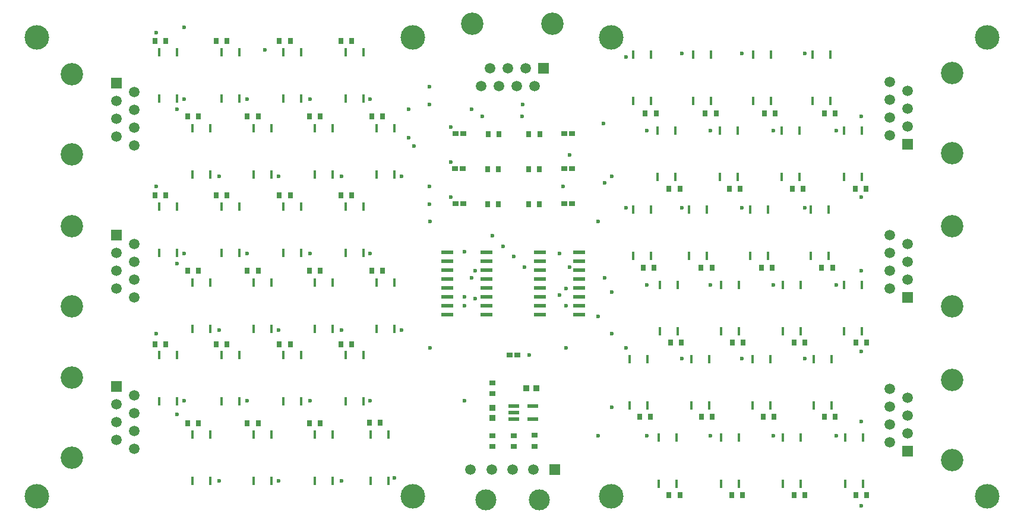
<source format=gbr>
%TF.GenerationSoftware,KiCad,Pcbnew,8.0.2*%
%TF.CreationDate,2024-05-17T15:28:23-04:00*%
%TF.ProjectId,QATCH_MUX_PCB_v1,51415443-485f-44d5-9558-5f5043425f76,rev?*%
%TF.SameCoordinates,Original*%
%TF.FileFunction,Soldermask,Top*%
%TF.FilePolarity,Negative*%
%FSLAX46Y46*%
G04 Gerber Fmt 4.6, Leading zero omitted, Abs format (unit mm)*
G04 Created by KiCad (PCBNEW 8.0.2) date 2024-05-17 15:28:23*
%MOMM*%
%LPD*%
G01*
G04 APERTURE LIST*
%ADD10R,0.812800X0.762000*%
%ADD11R,0.762000X0.812800*%
%ADD12C,2.999999*%
%ADD13R,1.520000X1.520000*%
%ADD14C,1.520000*%
%ADD15R,0.457200X1.219200*%
%ADD16C,3.200000*%
%ADD17R,1.500000X1.500000*%
%ADD18C,1.500000*%
%ADD19R,0.965200X0.762000*%
%ADD20R,0.914400X0.965200*%
%ADD21R,1.625600X0.508000*%
%ADD22R,1.663700X0.558800*%
%ADD23R,0.965200X0.914400*%
%ADD24C,3.500000*%
%ADD25C,0.600000*%
G04 APERTURE END LIST*
D10*
%TO.C,R3*%
X149500000Y-130500000D03*
X149500000Y-132049400D03*
%TD*%
%TO.C,R2*%
X155500000Y-130475300D03*
X155500000Y-132024700D03*
%TD*%
%TO.C,R1*%
X152526800Y-130500000D03*
X152526800Y-132049400D03*
%TD*%
D11*
%TO.C,R21*%
X129416700Y-74200000D03*
X127867300Y-74200000D03*
%TD*%
%TO.C,R37*%
X188250600Y-84543800D03*
X189800000Y-84543800D03*
%TD*%
%TO.C,R59*%
X201250600Y-139000000D03*
X202800000Y-139000000D03*
%TD*%
D12*
%TO.C,J8*%
X148489602Y-139699999D03*
X156189586Y-139699999D03*
D13*
X158339600Y-135380000D03*
D14*
X155339601Y-135380000D03*
X152339602Y-135380000D03*
X149339603Y-135380000D03*
X146339604Y-135380000D03*
%TD*%
D15*
%TO.C,RY41*%
X180023100Y-98289300D03*
X177483100Y-98289300D03*
X177483100Y-104893300D03*
X180023100Y-104893300D03*
%TD*%
D11*
%TO.C,R20*%
X120646700Y-74200000D03*
X119097300Y-74200000D03*
%TD*%
D15*
%TO.C,RY12*%
X132927400Y-115270000D03*
X135467400Y-115270000D03*
X135467400Y-108666000D03*
X132927400Y-108666000D03*
%TD*%
D11*
%TO.C,R62*%
X150349400Y-92500000D03*
X148800000Y-92500000D03*
%TD*%
D16*
%TO.C,J3*%
X89550000Y-100623700D03*
X89550000Y-112053700D03*
D17*
X95900000Y-101893700D03*
D18*
X98440000Y-103163700D03*
X95900000Y-104433700D03*
X98440000Y-105703700D03*
X95900000Y-106973700D03*
X98440000Y-108243700D03*
X95900000Y-109513700D03*
X98440000Y-110783700D03*
%TD*%
D11*
%TO.C,R32*%
X111642000Y-117490000D03*
X110092600Y-117490000D03*
%TD*%
D15*
%TO.C,RY33*%
X180603300Y-76209800D03*
X178063300Y-76209800D03*
X178063300Y-82813800D03*
X180603300Y-82813800D03*
%TD*%
%TO.C,RY5*%
X106672900Y-93239800D03*
X109212900Y-93239800D03*
X109212900Y-86635800D03*
X106672900Y-86635800D03*
%TD*%
D11*
%TO.C,R60*%
X183600000Y-139000000D03*
X185149400Y-139000000D03*
%TD*%
D19*
%TO.C,LED12*%
X145292200Y-97400000D03*
X144200000Y-97400000D03*
%TD*%
D16*
%TO.C,J5*%
X89550000Y-122247500D03*
X89550000Y-133677500D03*
D17*
X95900000Y-123517500D03*
D18*
X98440000Y-124787500D03*
X95900000Y-126057500D03*
X98440000Y-127327500D03*
X95900000Y-128597500D03*
X98440000Y-129867500D03*
X95900000Y-131137500D03*
X98440000Y-132407500D03*
%TD*%
D11*
%TO.C,R24*%
X111642000Y-96200000D03*
X110092600Y-96200000D03*
%TD*%
D15*
%TO.C,RY16*%
X115424400Y-115270000D03*
X117964400Y-115270000D03*
X117964400Y-108666000D03*
X115424400Y-108666000D03*
%TD*%
%TO.C,RY27*%
X128515000Y-125657800D03*
X131055000Y-125657800D03*
X131055000Y-119053800D03*
X128515000Y-119053800D03*
%TD*%
%TO.C,RY50*%
X184595600Y-130783300D03*
X182055600Y-130783300D03*
X182055600Y-137387300D03*
X184595600Y-137387300D03*
%TD*%
D11*
%TO.C,R17*%
X107574600Y-85000000D03*
X106025200Y-85000000D03*
%TD*%
D15*
%TO.C,RY9*%
X124175900Y-93239800D03*
X126715900Y-93239800D03*
X126715900Y-86635800D03*
X124175900Y-86635800D03*
%TD*%
D16*
%TO.C,J4*%
X215000000Y-112108700D03*
X215000000Y-100678700D03*
D17*
X208650000Y-110838700D03*
D18*
X206110000Y-109568700D03*
X208650000Y-108298700D03*
X206110000Y-107028700D03*
X208650000Y-105758700D03*
X206110000Y-104488700D03*
X208650000Y-103218700D03*
X206110000Y-101948700D03*
%TD*%
D11*
%TO.C,R45*%
X187800000Y-106591300D03*
X189349400Y-106591300D03*
%TD*%
D15*
%TO.C,RY7*%
X102003200Y-82400000D03*
X104543200Y-82400000D03*
X104543200Y-75796000D03*
X102003200Y-75796000D03*
%TD*%
D11*
%TO.C,R19*%
X102904900Y-74200000D03*
X101355500Y-74200000D03*
%TD*%
D15*
%TO.C,RY35*%
X175564000Y-87009800D03*
X173024000Y-87009800D03*
X173024000Y-93613800D03*
X175564000Y-93613800D03*
%TD*%
D11*
%TO.C,R30*%
X116077100Y-128730000D03*
X114527700Y-128730000D03*
%TD*%
%TO.C,R9*%
X150398800Y-87500000D03*
X148849400Y-87500000D03*
%TD*%
D15*
%TO.C,RY23*%
X102003200Y-125657800D03*
X104543200Y-125657800D03*
X104543200Y-119053800D03*
X102003200Y-119053800D03*
%TD*%
D11*
%TO.C,R54*%
X170450600Y-127800000D03*
X172000000Y-127800000D03*
%TD*%
D19*
%TO.C,LED8*%
X145292200Y-87400000D03*
X144200000Y-87400000D03*
%TD*%
D11*
%TO.C,R33*%
X107574600Y-128730000D03*
X106025200Y-128730000D03*
%TD*%
D15*
%TO.C,RY51*%
X175745800Y-130783300D03*
X173205800Y-130783300D03*
X173205800Y-137387300D03*
X175745800Y-137387300D03*
%TD*%
D11*
%TO.C,R14*%
X116077100Y-85000000D03*
X114527700Y-85000000D03*
%TD*%
D15*
%TO.C,RY31*%
X202113400Y-87009800D03*
X199573400Y-87009800D03*
X199573400Y-93613800D03*
X202113400Y-93613800D03*
%TD*%
D11*
%TO.C,R42*%
X179800000Y-84543800D03*
X181349400Y-84543800D03*
%TD*%
D15*
%TO.C,RY4*%
X132927400Y-93239800D03*
X135467400Y-93239800D03*
X135467400Y-86635800D03*
X132927400Y-86635800D03*
%TD*%
%TO.C,RY25*%
X124175900Y-137000000D03*
X126715900Y-137000000D03*
X126715900Y-130396000D03*
X124175900Y-130396000D03*
%TD*%
D19*
%TO.C,LED14*%
X151939700Y-119000000D03*
X153031900Y-119000000D03*
%TD*%
D11*
%TO.C,R40*%
X174650600Y-95343800D03*
X176200000Y-95343800D03*
%TD*%
%TO.C,R55*%
X192450600Y-139000000D03*
X194000000Y-139000000D03*
%TD*%
%TO.C,R48*%
X174850600Y-117200000D03*
X176400000Y-117200000D03*
%TD*%
D15*
%TO.C,RY14*%
X110840500Y-104468000D03*
X113380500Y-104468000D03*
X113380500Y-97864000D03*
X110840500Y-97864000D03*
%TD*%
D19*
%TO.C,LED10*%
X159707800Y-92400000D03*
X160800000Y-92400000D03*
%TD*%
D11*
%TO.C,R39*%
X192200000Y-95343800D03*
X193749400Y-95343800D03*
%TD*%
%TO.C,R58*%
X179250600Y-127800000D03*
X180800000Y-127800000D03*
%TD*%
D15*
%TO.C,RY29*%
X197670000Y-76209800D03*
X195130000Y-76209800D03*
X195130000Y-82813800D03*
X197670000Y-82813800D03*
%TD*%
%TO.C,RY49*%
X180329800Y-119585900D03*
X177789800Y-119585900D03*
X177789800Y-126189900D03*
X180329800Y-126189900D03*
%TD*%
D20*
%TO.C,C2*%
X149500000Y-128000000D03*
X149500000Y-126552200D03*
%TD*%
D19*
%TO.C,LED9*%
X159739700Y-87400000D03*
X160831900Y-87400000D03*
%TD*%
%TO.C,LED13*%
X159739700Y-97400000D03*
X160831900Y-97400000D03*
%TD*%
D15*
%TO.C,RY37*%
X197389400Y-98289300D03*
X194849400Y-98289300D03*
X194849400Y-104893300D03*
X197389400Y-104893300D03*
%TD*%
D11*
%TO.C,R56*%
X174650600Y-139000000D03*
X176200000Y-139000000D03*
%TD*%
%TO.C,R61*%
X154649400Y-87500000D03*
X156198800Y-87500000D03*
%TD*%
%TO.C,R50*%
X179200000Y-106591300D03*
X180749400Y-106591300D03*
%TD*%
%TO.C,R46*%
X170950600Y-106591300D03*
X172500000Y-106591300D03*
%TD*%
D15*
%TO.C,RY48*%
X189089600Y-119585900D03*
X186549600Y-119585900D03*
X186549600Y-126189900D03*
X189089600Y-126189900D03*
%TD*%
%TO.C,RY45*%
X197849400Y-119585900D03*
X195309400Y-119585900D03*
X195309400Y-126189900D03*
X197849400Y-126189900D03*
%TD*%
D16*
%TO.C,J1*%
X89550000Y-79000000D03*
X89550000Y-90430000D03*
D17*
X95900000Y-80270000D03*
D18*
X98440000Y-81540000D03*
X95900000Y-82810000D03*
X98440000Y-84080000D03*
X95900000Y-85350000D03*
X98440000Y-86620000D03*
X95900000Y-87890000D03*
X98440000Y-89160000D03*
%TD*%
D11*
%TO.C,R38*%
X171250600Y-84543800D03*
X172800000Y-84543800D03*
%TD*%
D15*
%TO.C,RY8*%
X115424400Y-93239800D03*
X117964400Y-93239800D03*
X117964400Y-86635800D03*
X115424400Y-86635800D03*
%TD*%
D21*
%TO.C,U4*%
X152500000Y-126276099D03*
X152500000Y-127226100D03*
X152500000Y-128176101D03*
X155192400Y-128176101D03*
X155192400Y-126276099D03*
%TD*%
D15*
%TO.C,RY44*%
X171570000Y-119585900D03*
X169030000Y-119585900D03*
X169030000Y-126189900D03*
X171570000Y-126189900D03*
%TD*%
D11*
%TO.C,R35*%
X102904900Y-117490000D03*
X101355500Y-117490000D03*
%TD*%
D15*
%TO.C,RY32*%
X189136700Y-76209800D03*
X186596700Y-76209800D03*
X186596700Y-82813800D03*
X189136700Y-82813800D03*
%TD*%
D11*
%TO.C,R47*%
X192450600Y-117200000D03*
X194000000Y-117200000D03*
%TD*%
%TO.C,R28*%
X120646700Y-96200000D03*
X119097300Y-96200000D03*
%TD*%
%TO.C,R16*%
X111642000Y-74200000D03*
X110092600Y-74200000D03*
%TD*%
%TO.C,R25*%
X107574600Y-107000000D03*
X106025200Y-107000000D03*
%TD*%
%TO.C,R26*%
X124949400Y-107000000D03*
X123400000Y-107000000D03*
%TD*%
D10*
%TO.C,R66*%
X149500000Y-124549400D03*
X149500000Y-123000000D03*
%TD*%
D15*
%TO.C,RY20*%
X132098300Y-137000000D03*
X134638300Y-137000000D03*
X134638300Y-130396000D03*
X132098300Y-130396000D03*
%TD*%
D11*
%TO.C,R41*%
X196800000Y-84543800D03*
X198349400Y-84543800D03*
%TD*%
D19*
%TO.C,LED11*%
X145260300Y-92400000D03*
X144168100Y-92400000D03*
%TD*%
D11*
%TO.C,R57*%
X196800000Y-127800000D03*
X198349400Y-127800000D03*
%TD*%
%TO.C,R49*%
X196400000Y-106591300D03*
X197949400Y-106591300D03*
%TD*%
D15*
%TO.C,RY11*%
X128515000Y-82400000D03*
X131055000Y-82400000D03*
X131055000Y-75796000D03*
X128515000Y-75796000D03*
%TD*%
D11*
%TO.C,R64*%
X150349400Y-97500000D03*
X148800000Y-97500000D03*
%TD*%
D15*
%TO.C,RY19*%
X128515000Y-104468000D03*
X131055000Y-104468000D03*
X131055000Y-97864000D03*
X128515000Y-97864000D03*
%TD*%
D22*
%TO.C,U1*%
X156200050Y-104360000D03*
X156200050Y-105630000D03*
X156200050Y-106900000D03*
X156200050Y-108170000D03*
X156200050Y-109440000D03*
X156200050Y-110710000D03*
X156200050Y-111980000D03*
X156200050Y-113250000D03*
X161851550Y-113250000D03*
X161851550Y-111980000D03*
X161851550Y-110710000D03*
X161851550Y-109440000D03*
X161851550Y-108170000D03*
X161851550Y-106900000D03*
X161851550Y-105630000D03*
X161851550Y-104360000D03*
%TD*%
D11*
%TO.C,R36*%
X120646700Y-117490000D03*
X119097300Y-117490000D03*
%TD*%
%TO.C,R15*%
X133829100Y-85000000D03*
X132279700Y-85000000D03*
%TD*%
D15*
%TO.C,RY36*%
X172040000Y-98289300D03*
X169500000Y-98289300D03*
X169500000Y-104893300D03*
X172040000Y-104893300D03*
%TD*%
%TO.C,RY34*%
X184413800Y-87009800D03*
X181873800Y-87009800D03*
X181873800Y-93613800D03*
X184413800Y-93613800D03*
%TD*%
D11*
%TO.C,R22*%
X116077100Y-107000000D03*
X114527700Y-107000000D03*
%TD*%
D15*
%TO.C,RY15*%
X102003200Y-104468000D03*
X104543200Y-104468000D03*
X104543200Y-97864000D03*
X102003200Y-97864000D03*
%TD*%
D11*
%TO.C,R65*%
X154600000Y-97500000D03*
X156149400Y-97500000D03*
%TD*%
D15*
%TO.C,RY10*%
X119677700Y-82400000D03*
X122217700Y-82400000D03*
X122217700Y-75796000D03*
X119677700Y-75796000D03*
%TD*%
%TO.C,RY24*%
X115424400Y-137000000D03*
X117964400Y-137000000D03*
X117964400Y-130396000D03*
X115424400Y-130396000D03*
%TD*%
D11*
%TO.C,R43*%
X201200000Y-95343800D03*
X202749400Y-95343800D03*
%TD*%
D15*
%TO.C,RY18*%
X119677700Y-104468000D03*
X122217700Y-104468000D03*
X122217700Y-97864000D03*
X119677700Y-97864000D03*
%TD*%
D11*
%TO.C,R63*%
X154600000Y-92500000D03*
X156149400Y-92500000D03*
%TD*%
%TO.C,R31*%
X133474700Y-128700000D03*
X131925300Y-128700000D03*
%TD*%
D15*
%TO.C,RY39*%
X202143400Y-109043800D03*
X199603400Y-109043800D03*
X199603400Y-115647800D03*
X202143400Y-115647800D03*
%TD*%
%TO.C,RY46*%
X193445400Y-130783300D03*
X190905400Y-130783300D03*
X190905400Y-137387300D03*
X193445400Y-137387300D03*
%TD*%
%TO.C,RY17*%
X124175900Y-115270000D03*
X126715900Y-115270000D03*
X126715900Y-108666000D03*
X124175900Y-108666000D03*
%TD*%
D11*
%TO.C,R27*%
X102904900Y-96200000D03*
X101355500Y-96200000D03*
%TD*%
D15*
%TO.C,RY13*%
X106672900Y-115270000D03*
X109212900Y-115270000D03*
X109212900Y-108666000D03*
X106672900Y-108666000D03*
%TD*%
D11*
%TO.C,R44*%
X183250600Y-95343800D03*
X184800000Y-95343800D03*
%TD*%
D15*
%TO.C,RY22*%
X110840500Y-125657800D03*
X113380500Y-125657800D03*
X113380500Y-119053800D03*
X110840500Y-119053800D03*
%TD*%
D11*
%TO.C,R18*%
X124949400Y-85000000D03*
X123400000Y-85000000D03*
%TD*%
%TO.C,R29*%
X129416700Y-96200000D03*
X127867300Y-96200000D03*
%TD*%
D15*
%TO.C,RY42*%
X184623800Y-109043800D03*
X182083800Y-109043800D03*
X182083800Y-115647800D03*
X184623800Y-115647800D03*
%TD*%
%TO.C,RY6*%
X110840500Y-82400000D03*
X113380500Y-82400000D03*
X113380500Y-75796000D03*
X110840500Y-75796000D03*
%TD*%
%TO.C,RY43*%
X175864000Y-109043800D03*
X173324000Y-109043800D03*
X173324000Y-115647800D03*
X175864000Y-115647800D03*
%TD*%
D11*
%TO.C,R51*%
X201250600Y-117200000D03*
X202800000Y-117200000D03*
%TD*%
%TO.C,R53*%
X188050600Y-127800000D03*
X189600000Y-127800000D03*
%TD*%
D15*
%TO.C,RY26*%
X119677700Y-125657800D03*
X122217700Y-125657800D03*
X122217700Y-119053800D03*
X119677700Y-119053800D03*
%TD*%
%TO.C,RY28*%
X172070000Y-76209800D03*
X169530000Y-76209800D03*
X169530000Y-82813800D03*
X172070000Y-82813800D03*
%TD*%
D16*
%TO.C,J2*%
X215000000Y-90217500D03*
X215000000Y-78787500D03*
D17*
X208650000Y-88947500D03*
D18*
X206110000Y-87677500D03*
X208650000Y-86407500D03*
X206110000Y-85137500D03*
X208650000Y-83867500D03*
X206110000Y-82597500D03*
X208650000Y-81327500D03*
X206110000Y-80057500D03*
%TD*%
D15*
%TO.C,RY38*%
X193383600Y-109043800D03*
X190843600Y-109043800D03*
X190843600Y-115647800D03*
X193383600Y-115647800D03*
%TD*%
D11*
%TO.C,R23*%
X133829100Y-107000000D03*
X132279700Y-107000000D03*
%TD*%
%TO.C,R52*%
X183650600Y-117200000D03*
X185200000Y-117200000D03*
%TD*%
%TO.C,R34*%
X124949400Y-128730000D03*
X123400000Y-128730000D03*
%TD*%
D15*
%TO.C,RY40*%
X188706300Y-98289300D03*
X186166300Y-98289300D03*
X186166300Y-104893300D03*
X188706300Y-104893300D03*
%TD*%
D16*
%TO.C,J6*%
X215000000Y-134000000D03*
X215000000Y-122570000D03*
D17*
X208650000Y-132730000D03*
D18*
X206110000Y-131460000D03*
X208650000Y-130190000D03*
X206110000Y-128920000D03*
X208650000Y-127650000D03*
X206110000Y-126380000D03*
X208650000Y-125110000D03*
X206110000Y-123840000D03*
%TD*%
D23*
%TO.C,C3*%
X155723900Y-123776100D03*
X154276100Y-123776100D03*
%TD*%
D11*
%TO.C,R13*%
X129416700Y-117490000D03*
X127867300Y-117490000D03*
%TD*%
D22*
%TO.C,U3*%
X143000050Y-104360000D03*
X143000050Y-105630000D03*
X143000050Y-106900000D03*
X143000050Y-108170000D03*
X143000050Y-109440000D03*
X143000050Y-110710000D03*
X143000050Y-111980000D03*
X143000050Y-113250000D03*
X148651550Y-113250000D03*
X148651550Y-111980000D03*
X148651550Y-110710000D03*
X148651550Y-109440000D03*
X148651550Y-108170000D03*
X148651550Y-106900000D03*
X148651550Y-105630000D03*
X148651550Y-104360000D03*
%TD*%
D15*
%TO.C,RY21*%
X106672900Y-137000000D03*
X109212900Y-137000000D03*
X109212900Y-130396000D03*
X106672900Y-130396000D03*
%TD*%
%TO.C,RY47*%
X202295200Y-130783300D03*
X199755200Y-130783300D03*
X199755200Y-137387300D03*
X202295200Y-137387300D03*
%TD*%
%TO.C,RY30*%
X193263600Y-87009800D03*
X190723600Y-87009800D03*
X190723600Y-93613800D03*
X193263600Y-93613800D03*
%TD*%
D16*
%TO.C,J7*%
X158040000Y-71750000D03*
X146610000Y-71750000D03*
D17*
X156770000Y-78100000D03*
D18*
X155500000Y-80640000D03*
X154230000Y-78100000D03*
X152960000Y-80640000D03*
X151690000Y-78100000D03*
X150420000Y-80640000D03*
X149150000Y-78100000D03*
X147880000Y-80640000D03*
%TD*%
D24*
X166400000Y-73750000D03*
X138100000Y-73750000D03*
X166400000Y-139150000D03*
X220000000Y-73750000D03*
X220000000Y-139150000D03*
X84500000Y-73750000D03*
X138100000Y-139150000D03*
X84500000Y-139150000D03*
D25*
X153730100Y-85000000D03*
X198500000Y-87000000D03*
X153750000Y-83250000D03*
X198500000Y-130500000D03*
X140500000Y-83250000D03*
X105500000Y-104500000D03*
X105500000Y-82500000D03*
X198500000Y-109000000D03*
X140500000Y-80750000D03*
X105500000Y-72250000D03*
X105500000Y-125500000D03*
X128000000Y-115500000D03*
X176500000Y-119500000D03*
X176500000Y-98000000D03*
X128000000Y-137000000D03*
X176500000Y-76000000D03*
X128000000Y-93500000D03*
X110500000Y-115500000D03*
X110500000Y-93500000D03*
X138250000Y-89250000D03*
X110500000Y-137000000D03*
X194000000Y-76000000D03*
X194000000Y-119500000D03*
X194000000Y-98000000D03*
X189500000Y-109000000D03*
X189500000Y-130500000D03*
X114500000Y-125500000D03*
X114500000Y-82500000D03*
X114500000Y-104500000D03*
X189500000Y-87000000D03*
X165325200Y-85958900D03*
X180500000Y-87000000D03*
X180500000Y-109000000D03*
X180500000Y-130500000D03*
X123500000Y-104500000D03*
X123500000Y-82500000D03*
X123500000Y-125500000D03*
X185000000Y-98000000D03*
X185000000Y-76000000D03*
X119000000Y-115500000D03*
X185000000Y-119500000D03*
X119000000Y-137000000D03*
X119000000Y-93500000D03*
X168500000Y-98000000D03*
X135500000Y-136500000D03*
X136500000Y-93500000D03*
X136500000Y-115500000D03*
X168500000Y-118000000D03*
X168500000Y-76500000D03*
X132000000Y-82500000D03*
X171500000Y-130500000D03*
X171500000Y-109000000D03*
X171500000Y-87000000D03*
X132000000Y-125500000D03*
X132000000Y-104500000D03*
X151000000Y-103500000D03*
X154000000Y-106500000D03*
X152500000Y-105000000D03*
X117000000Y-75500000D03*
X143500000Y-86500000D03*
X143500000Y-91500000D03*
X104500000Y-106000000D03*
X104500000Y-127500000D03*
X159000000Y-110500000D03*
X101500000Y-73000000D03*
X202000000Y-118500000D03*
X202000000Y-96500000D03*
X202000000Y-85000000D03*
X143500000Y-96500000D03*
X202000000Y-107000000D03*
X104500000Y-84000000D03*
X159000000Y-104500000D03*
X145500000Y-110750000D03*
X145500000Y-104250000D03*
X202000000Y-128500000D03*
X202000000Y-140500000D03*
X154750000Y-119000000D03*
X101500000Y-95000000D03*
X101500000Y-116000000D03*
X160500000Y-90500000D03*
X160500000Y-106500000D03*
X137500000Y-88000000D03*
X137500000Y-84000000D03*
X165500000Y-94500000D03*
X165500000Y-108000000D03*
X140500000Y-97500000D03*
X159500000Y-95000000D03*
X140500000Y-95000000D03*
X160000000Y-109500000D03*
X166500000Y-93500000D03*
X166500000Y-110000000D03*
X160000000Y-118000000D03*
X160000000Y-112000000D03*
X140554000Y-99946200D03*
X140554000Y-118000000D03*
X164500000Y-113500000D03*
X164500000Y-130500000D03*
X164500000Y-100000000D03*
X147000000Y-107000000D03*
X148000000Y-85000000D03*
X145500000Y-112000000D03*
X145500000Y-125500000D03*
X146500000Y-84000000D03*
X146500000Y-108000000D03*
X149500000Y-102000000D03*
X147000000Y-111000000D03*
X166500000Y-126500000D03*
X166500000Y-116000000D03*
M02*

</source>
